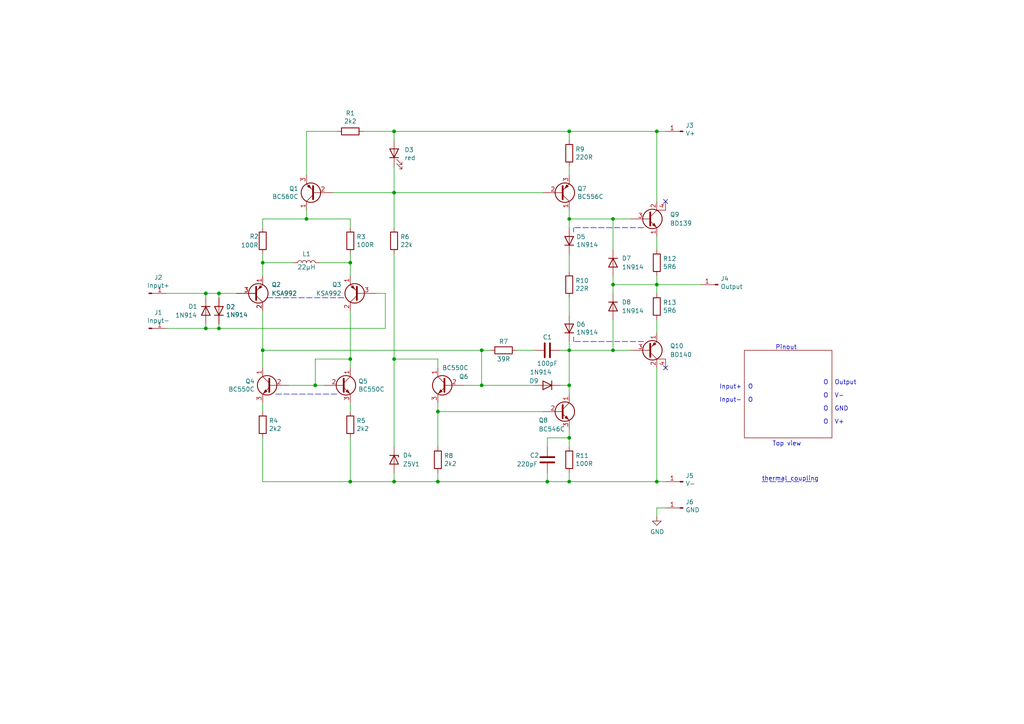
<source format=kicad_sch>
(kicad_sch (version 20211123) (generator eeschema)
  (paper "A4")
  (title_block (title "SK25 Discrete Op-Amp") (date "2022-07-31") (rev "1.2") (company "Sound Skulptor, Riven Hexagon") (comment 1 "PCB Layout by Riven Hexagon, 2022") (comment 2 "Circuit by Sound Skulptor, 2007"))
  (lib_symbols
    (symbol "Connector:Conn_01x01_Male" (pin_names (offset 1.016) hide)
      (property "Reference" "J" (at 0 2.54 0))
      (property "Value" "Conn_01x01_Male" (at 0 -2.54 0))
      (symbol "Conn_01x01_Male_1_1"
        (polyline (pts (xy 1.27 0) (xy 0.8636 0)) (stroke (width 0.1524)))
        (rectangle (start 0.8636 0.127) (end 0 -0.127) (stroke (width 0.1524)) (fill (type outline)))
        (pin passive line (at 5.08 0 180) (length 3.81) (name "Pin_1") (number "1"))
      )
    )
    (symbol "Device:C" (pin_numbers hide) (pin_names (offset 0.254))
      (property "Reference" "C" (at 0.635 2.54 0))
      (property "Value" "C" (at 0.635 -2.54 0))
      (symbol "C_0_1"
        (polyline (pts (xy -2.032 -0.762) (xy 2.032 -0.762)) (stroke (width 0.508)))
        (polyline (pts (xy -2.032 0.762) (xy 2.032 0.762)) (stroke (width 0.508)))
      )
      (symbol "C_1_1"
        (pin passive line (at 0 3.81 270) (length 2.794) (name "~") (number "1"))
        (pin passive line (at 0 -3.81 90) (length 2.794) (name "~") (number "2"))
      )
    )
    (symbol "Device:D" (pin_numbers hide) (pin_names (offset 1.016) hide)
      (property "Reference" "D" (at 0 2.54 0))
      (property "Value" "D" (at 0 -2.54 0))
      (symbol "D_0_1"
        (polyline (pts (xy -1.27 1.27) (xy -1.27 -1.27)) (stroke (width 0.254)))
        (polyline (pts (xy 1.27 0) (xy -1.27 0)))
        (polyline (pts (xy 1.27 1.27) (xy 1.27 -1.27) (xy -1.27 0) (xy 1.27 1.27)) (stroke (width 0.254)))
      )
      (symbol "D_1_1"
        (pin passive line (at -3.81 0 0) (length 2.54) (name "K") (number "1"))
        (pin passive line (at 3.81 0 180) (length 2.54) (name "A") (number "2"))
      )
    )
    (symbol "Device:D_Zener" (pin_numbers hide) (pin_names (offset 1.016) hide)
      (property "Reference" "D" (at 0 2.54 0))
      (property "Value" "D_Zener" (at 0 -2.54 0))
      (symbol "D_Zener_0_1"
        (polyline (pts (xy 1.27 0) (xy -1.27 0)))
        (polyline (pts (xy -1.27 -1.27) (xy -1.27 1.27) (xy -0.762 1.27)) (stroke (width 0.254)))
        (polyline (pts (xy 1.27 -1.27) (xy 1.27 1.27) (xy -1.27 0) (xy 1.27 -1.27)) (stroke (width 0.254)))
      )
      (symbol "D_Zener_1_1"
        (pin passive line (at -3.81 0 0) (length 2.54) (name "K") (number "1"))
        (pin passive line (at 3.81 0 180) (length 2.54) (name "A") (number "2"))
      )
    )
    (symbol "Device:L" (pin_numbers hide) (pin_names (offset 1.016) hide)
      (property "Reference" "L" (at -1.27 0 90))
      (property "Value" "L" (at 1.905 0 90))
      (symbol "L_0_1"
        (arc (start 0 -2.54) (mid 0.635 -1.905) (end 0 -1.27))
        (arc (start 0 -1.27) (mid 0.635 -0.635) (end 0 0))
        (arc (start 0 0) (mid 0.635 0.635) (end 0 1.27))
        (arc (start 0 1.27) (mid 0.635 1.905) (end 0 2.54))
      )
      (symbol "L_1_1"
        (pin passive line (at 0 3.81 270) (length 1.27) (name "1") (number "1"))
        (pin passive line (at 0 -3.81 90) (length 1.27) (name "2") (number "2"))
      )
    )
    (symbol "Device:LED" (pin_numbers hide) (pin_names (offset 1.016) hide)
      (property "Reference" "D" (at 0 2.54 0))
      (property "Value" "LED" (at 0 -2.54 0))
      (symbol "LED_0_1"
        (polyline (pts (xy -1.27 -1.27) (xy -1.27 1.27)) (stroke (width 0.254)))
        (polyline (pts (xy -1.27 0) (xy 1.27 0)))
        (polyline (pts (xy 1.27 -1.27) (xy 1.27 1.27) (xy -1.27 0) (xy 1.27 -1.27)) (stroke (width 0.254)))
        (polyline (pts (xy -3.048 -0.762) (xy -4.572 -2.286) (xy -3.81 -2.286) (xy -4.572 -2.286) (xy -4.572 -1.524)))
        (polyline (pts (xy -1.778 -0.762) (xy -3.302 -2.286) (xy -2.54 -2.286) (xy -3.302 -2.286) (xy -3.302 -1.524)))
      )
      (symbol "LED_1_1"
        (pin passive line (at -3.81 0 0) (length 2.54) (name "K") (number "1"))
        (pin passive line (at 3.81 0 180) (length 2.54) (name "A") (number "2"))
      )
    )
    (symbol "Device:Q_NPN_CBE" (pin_names (offset 0) hide)
      (property "Reference" "Q" (at 5.08 1.27 0))
      (property "Value" "Q_NPN_CBE" (at 5.08 -1.27 0))
      (symbol "Q_NPN_CBE_0_1"
        (polyline (pts (xy 0.635 0.635) (xy 2.54 2.54)))
        (polyline (pts (xy 0.635 -0.635) (xy 2.54 -2.54) (xy 2.54 -2.54)))
        (polyline (pts (xy 0.635 1.905) (xy 0.635 -1.905) (xy 0.635 -1.905)) (stroke (width 0.508)))
        (polyline (pts (xy 1.27 -1.778) (xy 1.778 -1.27) (xy 2.286 -2.286) (xy 1.27 -1.778) (xy 1.27 -1.778)) (fill (type outline)))
        (circle (center 1.27 0) (radius 2.8194) (stroke (width 0.254)))
      )
      (symbol "Q_NPN_CBE_1_1"
        (pin passive line (at 2.54 5.08 270) (length 2.54) (name "C") (number "1"))
        (pin input line (at -5.08 0 0) (length 5.715) (name "B") (number "2"))
        (pin passive line (at 2.54 -5.08 90) (length 2.54) (name "E") (number "3"))
      )
    )
    (symbol "Device:Q_NPN_ECBC" (pin_names (offset 0) hide)
      (property "Reference" "Q" (at 5.08 1.27 0))
      (property "Value" "Q_NPN_ECBC" (at 5.08 -1.27 0))
      (symbol "Q_NPN_ECBC_0_1"
        (polyline (pts (xy 0.635 0.635) (xy 2.54 2.54)))
        (polyline (pts (xy 2.54 2.54) (xy 5.08 2.54)))
        (polyline (pts (xy 0.635 -0.635) (xy 2.54 -2.54) (xy 2.54 -2.54)))
        (polyline (pts (xy 0.635 1.905) (xy 0.635 -1.905) (xy 0.635 -1.905)) (stroke (width 0.508)))
        (polyline (pts (xy 1.27 -1.778) (xy 1.778 -1.27) (xy 2.286 -2.286) (xy 1.27 -1.778) (xy 1.27 -1.778)) (fill (type outline)))
        (circle (center 1.27 0) (radius 2.8194) (stroke (width 0.254)))
      )
      (symbol "Q_NPN_ECBC_1_1"
        (pin passive line (at 2.54 -5.08 90) (length 2.54) (name "E") (number "1"))
        (pin passive line (at 2.54 5.08 270) (length 2.54) (name "C") (number "2"))
        (pin passive line (at -5.08 0 0) (length 5.715) (name "B") (number "3"))
        (pin passive line (at 5.08 5.08 270) (length 2.54) (name "C") (number "4"))
      )
    )
    (symbol "Device:Q_PNP_CBE" (pin_names (offset 0) hide)
      (property "Reference" "Q" (at 5.08 1.27 0))
      (property "Value" "Q_PNP_CBE" (at 5.08 -1.27 0))
      (symbol "Q_PNP_CBE_0_1"
        (polyline (pts (xy 0.635 0.635) (xy 2.54 2.54)))
        (polyline (pts (xy 0.635 -0.635) (xy 2.54 -2.54) (xy 2.54 -2.54)))
        (polyline (pts (xy 0.635 1.905) (xy 0.635 -1.905) (xy 0.635 -1.905)) (stroke (width 0.508)))
        (polyline (pts (xy 2.286 -1.778) (xy 1.778 -2.286) (xy 1.27 -1.27) (xy 2.286 -1.778) (xy 2.286 -1.778)) (fill (type outline)))
        (circle (center 1.27 0) (radius 2.8194) (stroke (width 0.254)))
      )
      (symbol "Q_PNP_CBE_1_1"
        (pin passive line (at 2.54 5.08 270) (length 2.54) (name "C") (number "1"))
        (pin input line (at -5.08 0 0) (length 5.715) (name "B") (number "2"))
        (pin passive line (at 2.54 -5.08 90) (length 2.54) (name "E") (number "3"))
      )
    )
    (symbol "Device:Q_PNP_ECB" (pin_names (offset 0) hide)
      (property "Reference" "Q" (at 5.08 1.27 0))
      (property "Value" "Q_PNP_ECB" (at 5.08 -1.27 0))
      (symbol "Q_PNP_ECB_0_1"
        (polyline (pts (xy 0.635 0.635) (xy 2.54 2.54)))
        (polyline (pts (xy 0.635 -0.635) (xy 2.54 -2.54) (xy 2.54 -2.54)))
        (polyline (pts (xy 0.635 1.905) (xy 0.635 -1.905) (xy 0.635 -1.905)) (stroke (width 0.508)))
        (polyline (pts (xy 2.286 -1.778) (xy 1.778 -2.286) (xy 1.27 -1.27) (xy 2.286 -1.778) (xy 2.286 -1.778)) (fill (type outline)))
        (circle (center 1.27 0) (radius 2.8194) (stroke (width 0.254)))
      )
      (symbol "Q_PNP_ECB_1_1"
        (pin passive line (at 2.54 -5.08 90) (length 2.54) (name "E") (number "1"))
        (pin passive line (at 2.54 5.08 270) (length 2.54) (name "C") (number "2"))
        (pin input line (at -5.08 0 0) (length 5.715) (name "B") (number "3"))
      )
    )
    (symbol "Device:Q_PNP_ECBC" (pin_names (offset 0) hide)
      (property "Reference" "Q" (at 5.08 1.27 0))
      (property "Value" "Q_PNP_ECBC" (at 5.08 -1.27 0))
      (symbol "Q_PNP_ECBC_0_1"
        (polyline (pts (xy 0.635 0.635) (xy 2.54 2.54)))
        (polyline (pts (xy 5.08 2.54) (xy 2.54 2.54)))
        (polyline (pts (xy 0.635 -0.635) (xy 2.54 -2.54) (xy 2.54 -2.54)))
        (polyline (pts (xy 0.635 1.905) (xy 0.635 -1.905) (xy 0.635 -1.905)) (stroke (width 0.508)))
        (polyline (pts (xy 2.286 -1.778) (xy 1.778 -2.286) (xy 1.27 -1.27) (xy 2.286 -1.778) (xy 2.286 -1.778)) (fill (type outline)))
        (circle (center 1.27 0) (radius 2.8194) (stroke (width 0.254)))
      )
      (symbol "Q_PNP_ECBC_1_1"
        (pin passive line (at 2.54 -5.08 90) (length 2.54) (name "E") (number "1"))
        (pin passive line (at 2.54 5.08 270) (length 2.54) (name "C") (number "2"))
        (pin input line (at -5.08 0 0) (length 5.715) (name "B") (number "3"))
        (pin passive line (at 5.08 5.08 270) (length 2.54) (name "C") (number "4"))
      )
    )
    (symbol "Device:R" (pin_numbers hide) (pin_names (offset 0))
      (property "Reference" "R" (at 2.032 0 90))
      (property "Value" "R" (at 0 0 90))
      (symbol "R_0_1"
        (rectangle (start -1.016 -2.54) (end 1.016 2.54) (stroke (width 0.254)))
      )
      (symbol "R_1_1"
        (pin passive line (at 0 3.81 270) (length 1.27) (name "~") (number "1"))
        (pin passive line (at 0 -3.81 90) (length 1.27) (name "~") (number "2"))
      )
    )
    (symbol "power:GND" (power) (pin_names (offset 0))
      (property "Value" "GND" (at 0 -3.81 0))
      (symbol "GND_0_1"
        (polyline (pts (xy 0 0) (xy 0 -1.27) (xy 1.27 -1.27) (xy 0 -2.54) (xy -1.27 -1.27) (xy 0 -1.27)))
      )
      (symbol "GND_1_1"
        (pin power_in line (at 0 0 270) (length 0) hide (name "GND") (number "1"))
      )
    )
  )
  (junction (at 101.6 139.7))
  (junction (at 91.44 111.76))
  (junction (at 177.8 101.6))
  (junction (at 114.3 104.14))
  (junction (at 59.69 85.09))
  (junction (at 165.1 111.76))
  (junction (at 165.1 101.6))
  (junction (at 139.7 101.6))
  (junction (at 114.3 38.1))
  (junction (at 127 119.38))
  (junction (at 165.1 38.1))
  (junction (at 88.9 63.5))
  (junction (at 190.5 38.1))
  (junction (at 114.3 55.88))
  (junction (at 190.5 139.7))
  (junction (at 63.5 95.25))
  (junction (at 177.8 63.5))
  (junction (at 101.6 104.14))
  (junction (at 158.75 139.7))
  (junction (at 165.1 63.5))
  (junction (at 76.2 76.2))
  (junction (at 59.69 95.25))
  (junction (at 76.2 101.6))
  (junction (at 177.8 82.55))
  (junction (at 139.7 111.76))
  (junction (at 114.3 139.7))
  (junction (at 63.5 85.09))
  (junction (at 190.5 82.55))
  (junction (at 165.1 127))
  (junction (at 127 139.7))
  (junction (at 101.6 76.2))
  (junction (at 165.1 139.7))
  (no_connect (at 193.04 58.42))
  (no_connect (at 193.04 106.68))
  (wire (pts (xy 165.1 101.6) (xy 177.8 101.6)))
  (wire (pts (xy 114.3 137.16) (xy 114.3 139.7)))
  (wire (pts (xy 165.1 38.1) (xy 165.1 40.64)))
  (wire (pts (xy 165.1 99.06) (xy 165.1 101.6)))
  (wire (pts (xy 59.69 86.36) (xy 59.69 85.09)))
  (wire (pts (xy 114.3 73.66) (xy 114.3 104.14)))
  (wire (pts (xy 111.76 85.09) (xy 111.76 95.25)))
  (wire (pts (xy 76.2 106.68) (xy 76.2 101.6)))
  (wire (pts (xy 93.98 111.76) (xy 91.44 111.76)))
  (wire (pts (xy 149.86 101.6) (xy 154.94 101.6)))
  (polyline (pts (xy 186.69 99.06) (xy 166.37 99.06)))
  (wire (pts (xy 88.9 63.5) (xy 101.6 63.5)))
  (wire (pts (xy 177.8 82.55) (xy 190.5 82.55)))
  (wire (pts (xy 127 139.7) (xy 158.75 139.7)))
  (polyline (pts (xy 241.3 127) (xy 241.3 101.6)) (stroke (width 0) (type solid) (color 132 0 0 1)))
  (wire (pts (xy 101.6 106.68) (xy 101.6 104.14)))
  (wire (pts (xy 101.6 104.14) (xy 101.6 90.17)))
  (wire (pts (xy 158.75 139.7) (xy 158.75 137.16)))
  (wire (pts (xy 139.7 101.6) (xy 76.2 101.6)))
  (wire (pts (xy 165.1 60.96) (xy 165.1 63.5)))
  (wire (pts (xy 127 137.16) (xy 127 139.7)))
  (wire (pts (xy 177.8 101.6) (xy 177.8 92.71)))
  (wire (pts (xy 158.75 139.7) (xy 165.1 139.7)))
  (wire (pts (xy 165.1 86.36) (xy 165.1 91.44)))
  (wire (pts (xy 127 116.84) (xy 127 119.38)))
  (wire (pts (xy 190.5 139.7) (xy 190.5 106.68)))
  (wire (pts (xy 88.9 38.1) (xy 97.79 38.1)))
  (wire (pts (xy 76.2 76.2) (xy 85.09 76.2)))
  (wire (pts (xy 63.5 95.25) (xy 59.69 95.25)))
  (wire (pts (xy 63.5 93.98) (xy 63.5 95.25)))
  (wire (pts (xy 114.3 139.7) (xy 127 139.7)))
  (polyline (pts (xy 220.98 139.7) (xy 232.41 139.7)))
  (wire (pts (xy 177.8 101.6) (xy 182.88 101.6)))
  (wire (pts (xy 48.26 85.09) (xy 59.69 85.09)))
  (polyline (pts (xy 77.47 86.36) (xy 100.33 86.36)))
  (wire (pts (xy 165.1 73.66) (xy 165.1 78.74)))
  (wire (pts (xy 105.41 38.1) (xy 114.3 38.1)))
  (wire (pts (xy 139.7 111.76) (xy 139.7 101.6)))
  (wire (pts (xy 96.52 55.88) (xy 114.3 55.88)))
  (wire (pts (xy 190.5 147.32) (xy 193.04 147.32)))
  (wire (pts (xy 203.2 82.55) (xy 190.5 82.55)))
  (wire (pts (xy 92.71 76.2) (xy 101.6 76.2)))
  (wire (pts (xy 109.22 85.09) (xy 111.76 85.09)))
  (wire (pts (xy 165.1 111.76) (xy 165.1 114.3)))
  (wire (pts (xy 158.75 127) (xy 165.1 127)))
  (wire (pts (xy 139.7 111.76) (xy 154.94 111.76)))
  (wire (pts (xy 76.2 66.04) (xy 76.2 63.5)))
  (wire (pts (xy 101.6 127) (xy 101.6 139.7)))
  (wire (pts (xy 193.04 139.7) (xy 190.5 139.7)))
  (wire (pts (xy 177.8 63.5) (xy 182.88 63.5)))
  (wire (pts (xy 76.2 90.17) (xy 76.2 101.6)))
  (wire (pts (xy 114.3 104.14) (xy 114.3 129.54)))
  (polyline (pts (xy 186.69 66.04) (xy 166.37 66.04)))
  (wire (pts (xy 190.5 68.58) (xy 190.5 72.39)))
  (wire (pts (xy 190.5 149.86) (xy 190.5 147.32)))
  (wire (pts (xy 101.6 63.5) (xy 101.6 66.04)))
  (wire (pts (xy 76.2 63.5) (xy 88.9 63.5)))
  (wire (pts (xy 165.1 127) (xy 165.1 129.54)))
  (wire (pts (xy 114.3 38.1) (xy 114.3 40.64)))
  (wire (pts (xy 76.2 139.7) (xy 101.6 139.7)))
  (wire (pts (xy 139.7 101.6) (xy 142.24 101.6)))
  (wire (pts (xy 76.2 127) (xy 76.2 139.7)))
  (wire (pts (xy 134.62 111.76) (xy 139.7 111.76)))
  (wire (pts (xy 114.3 38.1) (xy 165.1 38.1)))
  (wire (pts (xy 162.56 101.6) (xy 165.1 101.6)))
  (wire (pts (xy 177.8 82.55) (xy 177.8 80.01)))
  (polyline (pts (xy 241.3 101.6) (xy 215.9 101.6)) (stroke (width 0) (type solid) (color 132 0 0 1)))
  (wire (pts (xy 190.5 82.55) (xy 190.5 80.01)))
  (wire (pts (xy 162.56 111.76) (xy 165.1 111.76)))
  (wire (pts (xy 76.2 80.01) (xy 76.2 76.2)))
  (wire (pts (xy 101.6 139.7) (xy 114.3 139.7)))
  (wire (pts (xy 190.5 38.1) (xy 190.5 58.42)))
  (wire (pts (xy 127 106.68) (xy 127 104.14)))
  (wire (pts (xy 165.1 101.6) (xy 165.1 111.76)))
  (polyline (pts (xy 215.9 101.6) (xy 215.9 127)) (stroke (width 0) (type solid) (color 132 0 0 1)))
  (wire (pts (xy 165.1 38.1) (xy 190.5 38.1)))
  (wire (pts (xy 76.2 116.84) (xy 76.2 119.38)))
  (wire (pts (xy 157.48 119.38) (xy 127 119.38)))
  (wire (pts (xy 177.8 85.09) (xy 177.8 82.55)))
  (wire (pts (xy 76.2 73.66) (xy 76.2 76.2)))
  (wire (pts (xy 165.1 139.7) (xy 190.5 139.7)))
  (wire (pts (xy 101.6 76.2) (xy 101.6 80.01)))
  (wire (pts (xy 111.76 95.25) (xy 63.5 95.25)))
  (wire (pts (xy 88.9 60.96) (xy 88.9 63.5)))
  (wire (pts (xy 127 104.14) (xy 114.3 104.14)))
  (wire (pts (xy 127 119.38) (xy 127 129.54)))
  (wire (pts (xy 190.5 96.52) (xy 190.5 92.71)))
  (wire (pts (xy 165.1 127) (xy 165.1 124.46)))
  (wire (pts (xy 59.69 95.25) (xy 48.26 95.25)))
  (polyline (pts (xy 233.68 139.7) (xy 236.22 139.7)))
  (wire (pts (xy 101.6 76.2) (xy 101.6 73.66)))
  (wire (pts (xy 91.44 104.14) (xy 101.6 104.14)))
  (polyline (pts (xy 166.37 66.04) (xy 166.37 67.31)))
  (wire (pts (xy 165.1 139.7) (xy 165.1 137.16)))
  (polyline (pts (xy 166.37 99.06) (xy 166.37 97.79)))
  (wire (pts (xy 177.8 63.5) (xy 177.8 72.39)))
  (wire (pts (xy 63.5 85.09) (xy 68.58 85.09)))
  (wire (pts (xy 101.6 119.38) (xy 101.6 116.84)))
  (wire (pts (xy 158.75 129.54) (xy 158.75 127)))
  (wire (pts (xy 165.1 48.26) (xy 165.1 50.8)))
  (wire (pts (xy 91.44 111.76) (xy 91.44 104.14)))
  (wire (pts (xy 63.5 86.36) (xy 63.5 85.09)))
  (wire (pts (xy 59.69 85.09) (xy 63.5 85.09)))
  (wire (pts (xy 165.1 63.5) (xy 165.1 66.04)))
  (wire (pts (xy 193.04 38.1) (xy 190.5 38.1)))
  (wire (pts (xy 165.1 63.5) (xy 177.8 63.5)))
  (polyline (pts (xy 215.9 127) (xy 241.3 127)) (stroke (width 0) (type solid) (color 132 0 0 1)))
  (wire (pts (xy 88.9 38.1) (xy 88.9 50.8)))
  (wire (pts (xy 59.69 93.98) (xy 59.69 95.25)))
  (wire (pts (xy 114.3 55.88) (xy 157.48 55.88)))
  (polyline (pts (xy 80.01 114.3) (xy 97.79 114.3)))
  (wire (pts (xy 114.3 55.88) (xy 114.3 48.26)))
  (wire (pts (xy 114.3 55.88) (xy 114.3 66.04)))
  (wire (pts (xy 91.44 111.76) (xy 83.82 111.76)))
  (wire (pts (xy 190.5 82.55) (xy 190.5 85.09)))
  (text "Top view" (at 232.41 129.54 180) (effects (font (size 1.27 1.27)) (justify right bottom)))
  (text "thermal coupling" (at 237.49 139.7 180) (effects (font (size 1.27 1.27)) (justify right bottom)))
  (text "Pinout" (at 231.14 101.6 180) (effects (font (size 1.27 1.27)) (justify right bottom)))
  (text "O  V-" (at 238.76 115.57 0) (effects (font (size 1.27 1.27)) (justify left bottom)))
  (text "Input-  O" (at 218.44 116.84 180) (effects (font (size 1.27 1.27)) (justify right bottom)))
  (text "Input+  O" (at 218.44 113.03 180) (effects (font (size 1.27 1.27)) (justify right bottom)))
  (text "O  V+" (at 238.76 123.19 0) (effects (font (size 1.27 1.27)) (justify left bottom)))
  (text "O  GND" (at 238.76 119.38 0) (effects (font (size 1.27 1.27)) (justify left bottom)))
  (text "O  Output" (at 238.76 111.76 0) (effects (font (size 1.27 1.27)) (justify left bottom)))
  (symbol (lib_id "Device:D") (at 59.69 90.17 270) (unit 1)
    (property "Reference" "D1" (at 54.61 88.9 90) (effects (justify left)))
    (property "Value" "1N914" (at 50.8 91.44 90) (effects (justify left)))
    (property "Footprint" "Diode_THT:D_DO-35_SOD27_P2.54mm_Vertical_KathodeUp" (effects hide))
  )
  (symbol (lib_id "Device:D") (at 63.5 90.17 90) (unit 1)
    (property "Reference" "D2" (at 65.532 89.0016 90) (effects (justify right)))
    (property "Value" "1N914" (at 65.532 91.313 90) (effects (justify right)))
    (property "Footprint" "Diode_THT:D_DO-35_SOD27_P2.54mm_Vertical_KathodeUp" (effects hide))
  )
  (symbol (lib_id "Device:Q_PNP_ECB") (at 73.66 85.09 0) (mirror x) (unit 1)
    (property "Reference" "Q2" (at 78.74 82.55 0) (effects (justify left)))
    (property "Value" "KSA992" (at 78.74 85.09 0) (effects (justify left)))
    (property "Footprint" "TAC:TO-92" (effects hide))
  )
  (symbol (lib_id "Device:Q_PNP_ECB") (at 104.14 85.09 180) (unit 1)
    (property "Reference" "Q3" (at 99.06 82.55 0) (effects (justify left)))
    (property "Value" "KSA992" (at 99.06 85.09 0) (effects (justify left)))
    (property "Footprint" "TAC:TO-92" (effects hide))
  )
  (symbol (lib_id "Device:L") (at 88.9 76.2 90) (unit 1)
    (property "Reference" "L1" (at 88.9 73.66 90))
    (property "Value" "22µH" (at 88.9 77.47 90))
    (property "Footprint" "Inductor_THT:L_Axial_L6.6mm_D2.7mm_P2.54mm_Vertical_Vishay_IM-2" (effects hide))
  )
  (symbol (lib_id "Device:R") (at 76.2 69.85 0) (unit 1)
    (property "Reference" "R2" (at 72.39 68.58 0) (effects (justify left)))
    (property "Value" "100R" (at 69.85 71.12 0) (effects (justify left)))
    (property "Footprint" "Resistor_THT:R_Axial_DIN0207_L6.3mm_D2.5mm_P2.54mm_Vertical" (effects hide))
  )
  (symbol (lib_id "Device:R") (at 101.6 69.85 0) (unit 1)
    (property "Reference" "R3" (at 103.378 68.6816 0) (effects (justify left)))
    (property "Value" "100R" (at 103.378 70.993 0) (effects (justify left)))
    (property "Footprint" "Resistor_THT:R_Axial_DIN0207_L6.3mm_D2.5mm_P2.54mm_Vertical" (effects hide))
  )
  (symbol (lib_id "Device:Q_PNP_CBE") (at 91.44 55.88 180) (unit 1)
    (property "Reference" "Q1" (at 86.5886 54.7116 0) (effects (justify left)))
    (property "Value" "BC560C" (at 86.5886 57.023 0) (effects (justify left)))
    (property "Footprint" "TAC:TO-92" (effects hide))
  )
  (symbol (lib_id "Device:R") (at 101.6 38.1 270) (unit 1)
    (property "Reference" "R1" (at 101.6 32.8422 90))
    (property "Value" "2k2" (at 101.6 35.1536 90))
    (property "Footprint" "Resistor_THT:R_Axial_DIN0207_L6.3mm_D2.5mm_P2.54mm_Vertical" (effects hide))
  )
  (symbol (lib_id "Device:R") (at 114.3 69.85 0) (unit 1)
    (property "Reference" "R6" (at 116.078 68.6816 0) (effects (justify left)))
    (property "Value" "22k" (at 116.078 70.993 0) (effects (justify left)))
    (property "Footprint" "Resistor_THT:R_Axial_DIN0207_L6.3mm_D2.5mm_P2.54mm_Vertical" (effects hide))
  )
  (symbol (lib_id "Device:LED") (at 114.3 44.45 90) (unit 1)
    (property "Reference" "D3" (at 117.2972 43.4594 90) (effects (justify right)))
    (property "Value" "red" (at 117.2972 45.7708 90) (effects (justify right)))
    (property "Footprint" "LED_THT:LED_D3.0mm" (effects hide))
  )
  (symbol (lib_id "Device:Q_NPN_CBE") (at 99.06 111.76 0) (unit 1)
    (property "Reference" "Q5" (at 103.9114 110.5916 0) (effects (justify left)))
    (property "Value" "BC550C" (at 103.9114 112.903 0) (effects (justify left)))
    (property "Footprint" "TAC:TO-92" (effects hide))
  )
  (symbol (lib_id "Device:Q_NPN_CBE") (at 78.74 111.76 0) (mirror y) (unit 1)
    (property "Reference" "Q4" (at 73.8886 110.5916 0) (effects (justify left)))
    (property "Value" "BC550C" (at 73.8886 112.903 0) (effects (justify left)))
    (property "Footprint" "TAC:TO-92" (effects hide))
  )
  (symbol (lib_id "Device:R") (at 76.2 123.19 0) (unit 1)
    (property "Reference" "R4" (at 77.978 122.0216 0) (effects (justify left)))
    (property "Value" "2k2" (at 77.978 124.333 0) (effects (justify left)))
    (property "Footprint" "Resistor_THT:R_Axial_DIN0207_L6.3mm_D2.5mm_P2.54mm_Vertical" (effects hide))
  )
  (symbol (lib_id "Device:R") (at 101.6 123.19 0) (unit 1)
    (property "Reference" "R5" (at 103.378 122.0216 0) (effects (justify left)))
    (property "Value" "2k2" (at 103.378 124.333 0) (effects (justify left)))
    (property "Footprint" "Resistor_THT:R_Axial_DIN0207_L6.3mm_D2.5mm_P2.54mm_Vertical" (effects hide))
  )
  (symbol (lib_id "Device:D_Zener") (at 114.3 133.35 270) (unit 1)
    (property "Reference" "D4" (at 116.84 132.08 90) (effects (justify left)))
    (property "Value" "Z5V1" (at 116.84 134.62 90) (effects (justify left)))
    (property "Footprint" "Diode_THT:D_DO-35_SOD27_P2.54mm_Vertical_AnodeUp" (effects hide))
  )
  (symbol (lib_id "Device:Q_NPN_CBE") (at 129.54 111.76 0) (mirror y) (unit 1)
    (property "Reference" "Q6" (at 135.89 109.22 0) (effects (justify left)))
    (property "Value" "BC550C" (at 135.89 106.68 0) (effects (justify left)))
    (property "Footprint" "TAC:TO-92" (effects hide))
  )
  (symbol (lib_id "Device:R") (at 127 133.35 0) (unit 1)
    (property "Reference" "R8" (at 128.778 132.1816 0) (effects (justify left)))
    (property "Value" "2k2" (at 128.778 134.493 0) (effects (justify left)))
    (property "Footprint" "Resistor_THT:R_Axial_DIN0207_L6.3mm_D2.5mm_P2.54mm_Vertical" (effects hide))
  )
  (symbol (lib_id "Device:R") (at 165.1 133.35 0) (unit 1)
    (property "Reference" "R11" (at 166.878 132.1816 0) (effects (justify left)))
    (property "Value" "100R" (at 166.878 134.493 0) (effects (justify left)))
    (property "Footprint" "Resistor_THT:R_Axial_DIN0207_L6.3mm_D2.5mm_P2.54mm_Vertical" (effects hide))
  )
  (symbol (lib_id "Device:Q_NPN_CBE") (at 162.56 119.38 0) (unit 1)
    (property "Reference" "Q8" (at 156.21 121.92 0) (effects (justify left)))
    (property "Value" "BC546C" (at 156.21 124.46 0) (effects (justify left)))
    (property "Footprint" "TAC:TO-92" (effects hide))
  )
  (symbol (lib_id "Device:C") (at 158.75 133.35 0) (unit 1)
    (property "Reference" "C2" (at 153.67 132.08 0) (effects (justify left)))
    (property "Value" "220pF" (at 149.86 134.62 0) (effects (justify left)))
    (property "Footprint" "Capacitor_THT:C_Disc_D5.0mm_W2.5mm_P2.50mm" (effects hide))
  )
  (symbol (lib_id "Device:D") (at 158.75 111.76 180) (unit 1)
    (property "Reference" "D9" (at 156.21 110.49 0) (effects (justify left)))
    (property "Value" "1N914" (at 160.02 107.95 0) (effects (justify left)))
    (property "Footprint" "Diode_THT:D_DO-35_SOD27_P2.54mm_Vertical_KathodeUp" (effects hide))
  )
  (symbol (lib_id "Device:R") (at 146.05 101.6 270) (unit 1)
    (property "Reference" "R7" (at 146.05 99.06 90))
    (property "Value" "39R" (at 146.05 104.14 90))
    (property "Footprint" "Resistor_THT:R_Axial_DIN0207_L6.3mm_D2.5mm_P2.54mm_Vertical" (effects hide))
  )
  (symbol (lib_id "Device:C") (at 158.75 101.6 270) (unit 1)
    (property "Reference" "C1" (at 158.75 97.79 90))
    (property "Value" "100pF" (at 158.75 105.41 90))
    (property "Footprint" "Capacitor_THT:C_Disc_D5.0mm_W2.5mm_P2.50mm" (effects hide))
  )
  (symbol (lib_id "Device:Q_PNP_CBE") (at 162.56 55.88 0) (mirror x) (unit 1)
    (property "Reference" "Q7" (at 167.4114 54.7116 0) (effects (justify left)))
    (property "Value" "BC556C" (at 167.4114 57.023 0) (effects (justify left)))
    (property "Footprint" "TAC:TO-92" (effects hide))
  )
  (symbol (lib_id "Device:R") (at 165.1 44.45 0) (unit 1)
    (property "Reference" "R9" (at 166.878 43.2816 0) (effects (justify left)))
    (property "Value" "220R" (at 166.878 45.593 0) (effects (justify left)))
    (property "Footprint" "Resistor_THT:R_Axial_DIN0207_L6.3mm_D2.5mm_P2.54mm_Vertical" (effects hide))
  )
  (symbol (lib_id "Device:D") (at 165.1 95.25 90) (unit 1)
    (property "Reference" "D6" (at 167.132 94.0816 90) (effects (justify right)))
    (property "Value" "1N914" (at 167.132 96.393 90) (effects (justify right)))
    (property "Footprint" "Diode_THT:D_DO-35_SOD27_P10.16mm_Horizontal" (effects hide))
  )
  (symbol (lib_id "Device:D") (at 165.1 69.85 90) (unit 1)
    (property "Reference" "D5" (at 167.132 68.6816 90) (effects (justify right)))
    (property "Value" "1N914" (at 167.132 70.993 90) (effects (justify right)))
    (property "Footprint" "Diode_THT:D_DO-35_SOD27_P10.16mm_Horizontal" (effects hide))
  )
  (symbol (lib_id "Device:R") (at 165.1 82.55 0) (unit 1)
    (property "Reference" "R10" (at 166.878 81.3816 0) (effects (justify left)))
    (property "Value" "22R" (at 166.878 83.693 0) (effects (justify left)))
    (property "Footprint" "Resistor_THT:R_Axial_DIN0207_L6.3mm_D2.5mm_P2.54mm_Vertical" (effects hide))
  )
  (symbol (lib_id "Device:D") (at 177.8 76.2 270) (unit 1)
    (property "Reference" "D7" (at 180.34 74.93 90) (effects (justify left)))
    (property "Value" "1N914" (at 180.34 77.47 90) (effects (justify left)))
    (property "Footprint" "Diode_THT:D_DO-35_SOD27_P2.54mm_Vertical_KathodeUp" (effects hide))
  )
  (symbol (lib_id "Device:D") (at 177.8 88.9 270) (unit 1)
    (property "Reference" "D8" (at 180.34 87.63 90) (effects (justify left)))
    (property "Value" "1N914" (at 180.34 90.17 90) (effects (justify left)))
    (property "Footprint" "Diode_THT:D_DO-35_SOD27_P2.54mm_Vertical_KathodeUp" (effects hide))
  )
  (symbol (lib_id "Device:Q_PNP_ECBC") (at 187.96 101.6 0) (mirror x) (unit 1)
    (property "Reference" "Q10" (at 194.31 100.33 0) (effects (justify left)))
    (property "Value" "BD140" (at 194.31 102.87 0) (effects (justify left)))
    (property "Footprint" "TAC:to225_std" (effects hide))
  )
  (symbol (lib_id "Device:Q_NPN_ECBC") (at 187.96 63.5 0) (unit 1)
    (property "Reference" "Q9" (at 194.31 62.23 0) (effects (justify left)))
    (property "Value" "BD139" (at 194.31 64.77 0) (effects (justify left)))
    (property "Footprint" "TAC:to225_std" (effects hide))
  )
  (symbol (lib_id "Device:R") (at 190.5 76.2 0) (unit 1)
    (property "Reference" "R12" (at 192.278 75.0316 0) (effects (justify left)))
    (property "Value" "5R6" (at 192.278 77.343 0) (effects (justify left)))
    (property "Footprint" "Resistor_THT:R_Axial_DIN0207_L6.3mm_D2.5mm_P2.54mm_Vertical" (effects hide))
  )
  (symbol (lib_id "Device:R") (at 190.5 88.9 0) (unit 1)
    (property "Reference" "R13" (at 192.278 87.7316 0) (effects (justify left)))
    (property "Value" "5R6" (at 192.278 90.043 0) (effects (justify left)))
    (property "Footprint" "Resistor_THT:R_Axial_DIN0207_L6.3mm_D2.5mm_P2.54mm_Vertical" (effects hide))
  )
  (symbol (lib_id "Connector:Conn_01x01_Male") (at 43.18 85.09 0) (unit 1)
    (property "Reference" "J2" (at 45.9232 80.4926 0))
    (property "Value" "Input+" (at 45.9232 82.804 0))
    (property "Footprint" "Connector_Pin:Pin_D1.1mm_L8.5mm_W2.5mm_FlatFork" (effects hide))
  )
  (symbol (lib_id "Connector:Conn_01x01_Male") (at 43.18 95.25 0) (unit 1)
    (property "Reference" "J1" (at 45.9232 90.6526 0))
    (property "Value" "Input-" (at 45.9232 92.964 0))
    (property "Footprint" "Connector_Pin:Pin_D1.1mm_L8.5mm_W2.5mm_FlatFork" (effects hide))
  )
  (symbol (lib_id "Connector:Conn_01x01_Male") (at 198.12 38.1 180) (unit 1)
    (property "Reference" "J3" (at 198.8312 36.3728 0) (effects (justify right)))
    (property "Value" "V+" (at 198.8312 38.6842 0) (effects (justify right)))
    (property "Footprint" "Connector_Pin:Pin_D1.1mm_L8.5mm_W2.5mm_FlatFork" (effects hide))
  )
  (symbol (lib_id "Connector:Conn_01x01_Male") (at 208.28 82.55 180) (unit 1)
    (property "Reference" "J4" (at 208.9912 80.8228 0) (effects (justify right)))
    (property "Value" "Output" (at 208.9912 83.1342 0) (effects (justify right)))
    (property "Footprint" "Connector_Pin:Pin_D1.1mm_L8.5mm_W2.5mm_FlatFork" (effects hide))
  )
  (symbol (lib_id "Connector:Conn_01x01_Male") (at 198.12 139.7 180) (unit 1)
    (property "Reference" "J5" (at 198.8312 137.9728 0) (effects (justify right)))
    (property "Value" "V-" (at 198.8312 140.2842 0) (effects (justify right)))
    (property "Footprint" "Connector_Pin:Pin_D1.1mm_L8.5mm_W2.5mm_FlatFork" (effects hide))
  )
  (symbol (lib_id "Connector:Conn_01x01_Male") (at 198.12 147.32 180) (unit 1)
    (property "Reference" "J6" (at 198.8312 145.5928 0) (effects (justify right)))
    (property "Value" "GND" (at 198.8312 147.9042 0) (effects (justify right)))
    (property "Footprint" "Connector_Pin:Pin_D1.1mm_L8.5mm_W2.5mm_FlatFork" (effects hide))
  )
  (symbol (lib_id "power:GND") (at 190.5 149.86 0) (unit 1)
    (property "Reference" "#PWR0101" (effects hide))
    (property "Value" "GND" (at 190.627 154.2542 0))
  )
)
</source>
